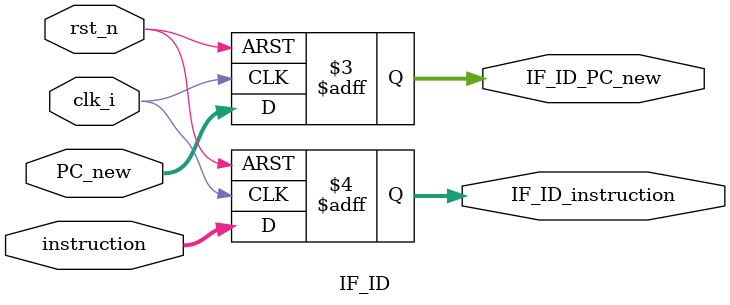
<source format=v>
module IF_ID(clk_i,
		  rst_n,
		  PC_new,
		  instruction,
		  IF_ID_PC_new,
		  IF_ID_instruction
    );
input clk_i;
input rst_n;
input [31:0] PC_new;
input [31:0] instruction;
output [31:0] IF_ID_PC_new;
output [31:0] IF_ID_instruction;

reg [31:0] IF_ID_PC_new;
reg [31:0] IF_ID_instruction;

always @(posedge clk_i or negedge rst_n) begin
   if(~rst_n) begin
	    IF_ID_PC_new <= 0;
		 IF_ID_instruction <= 0;
	end
	else begin
	    IF_ID_PC_new <= PC_new;
		 IF_ID_instruction <= instruction;
	end
end

endmodule

</source>
